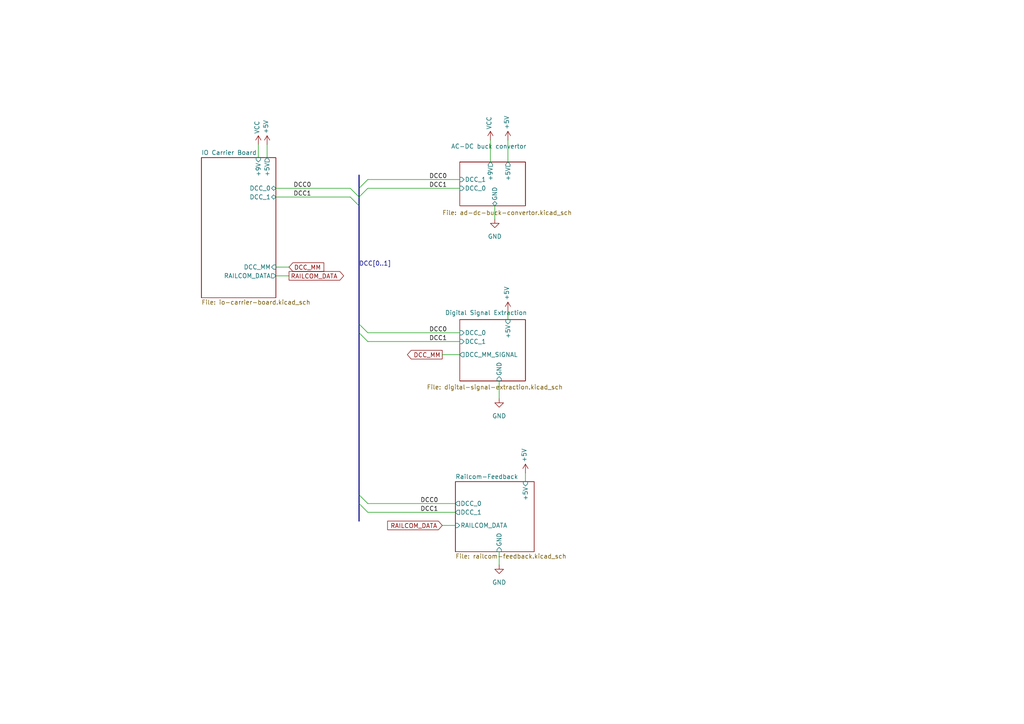
<source format=kicad_sch>
(kicad_sch (version 20231120) (generator "eeschema") (generator_version "7.99")
  (paper "A4")
  (title_block (date "mar. 31 mars 2015"))
  (lib_symbols
    (symbol "power:+5V" (power) (pin_names (offset 0))
      (property "Value" "+5V" (at 0 3.556 0))
      (symbol "+5V_0_1"
        (polyline (pts (xy -0.762 1.27) (xy 0 2.54)))
        (polyline (pts (xy 0 0) (xy 0 2.54)))
        (polyline (pts (xy 0 2.54) (xy 0.762 1.27)))
      )
      (symbol "+5V_1_1"
        (pin power_in line (at 0 0 90) (length 0) hide (name "+5V") (number "1"))
      )
    )
    (symbol "power:GND" (power) (pin_names (offset 0))
      (property "Value" "GND" (at 0 -3.81 0))
      (symbol "GND_0_1"
        (polyline (pts (xy 0 0) (xy 0 -1.27) (xy 1.27 -1.27) (xy 0 -2.54) (xy -1.27 -1.27) (xy 0 -1.27)))
      )
      (symbol "GND_1_1"
        (pin power_in line (at 0 0 270) (length 0) hide (name "GND") (number "1"))
      )
    )
    (symbol "power:VCC" (power) (pin_names (offset 0))
      (property "Value" "VCC" (at 0 3.81 0))
      (symbol "VCC_0_1"
        (polyline (pts (xy -0.762 1.27) (xy 0 2.54)))
        (polyline (pts (xy 0 0) (xy 0 2.54)))
        (polyline (pts (xy 0 2.54) (xy 0.762 1.27)))
      )
      (symbol "VCC_1_1"
        (pin power_in line (at 0 0 90) (length 0) hide (name "VCC") (number "1"))
      )
    )
  )
  (no_connect (at -77.47 130.81))
  (bus_entry (at 104.14 96.52) (size 2.54 2.54))
  (bus_entry (at 104.14 146.05) (size 2.54 2.54))
  (bus_entry (at 104.14 54.61) (size 2.54 -2.54))
  (bus_entry (at 104.14 143.51) (size 2.54 2.54))
  (bus_entry (at 104.14 57.15) (size 2.54 -2.54))
  (bus_entry (at 101.6 54.61) (size 2.54 2.54))
  (bus_entry (at 104.14 93.98) (size 2.54 2.54))
  (bus_entry (at 101.6 57.15) (size 2.54 2.54))
  (wire (pts (xy 147.32 40.64) (xy 147.32 46.99)))
  (wire (pts (xy 80.01 77.47) (xy 83.82 77.47)))
  (wire (pts (xy 144.78 160.02) (xy 144.78 163.83)))
  (wire (pts (xy 128.27 102.87) (xy 133.35 102.87)))
  (wire (pts (xy 128.27 152.4) (xy 132.08 152.4)))
  (wire (pts (xy 147.32 90.17) (xy 147.32 92.71)))
  (wire (pts (xy 106.68 148.59) (xy 132.08 148.59)))
  (bus (pts (xy 104.14 50.8) (xy 104.14 54.61)))
  (bus (pts (xy 104.14 146.05) (xy 104.14 151.13)))
  (bus (pts (xy 104.14 93.98) (xy 104.14 96.52)))
  (bus (pts (xy 104.14 57.15) (xy 104.14 59.69)))
  (wire (pts (xy 106.68 146.05) (xy 132.08 146.05)))
  (wire (pts (xy 144.78 110.49) (xy 144.78 115.57)))
  (wire (pts (xy 106.68 52.07) (xy 133.35 52.07)))
  (wire (pts (xy 77.47 41.91) (xy 77.47 45.72)))
  (bus (pts (xy 104.14 96.52) (xy 104.14 143.51)))
  (wire (pts (xy 74.93 41.91) (xy 74.93 45.72)))
  (wire (pts (xy 106.68 99.06) (xy 133.35 99.06)))
  (wire (pts (xy 80.01 80.01) (xy 83.82 80.01)))
  (wire (pts (xy 152.4 137.16) (xy 152.4 139.7)))
  (bus (pts (xy 104.14 143.51) (xy 104.14 146.05)))
  (wire (pts (xy 106.68 96.52) (xy 133.35 96.52)))
  (wire (pts (xy 142.24 40.64) (xy 142.24 46.99)))
  (wire (pts (xy 143.51 59.69) (xy 143.51 63.5)))
  (wire (pts (xy 80.01 54.61) (xy 101.6 54.61)))
  (bus (pts (xy 104.14 59.69) (xy 104.14 93.98)))
  (bus (pts (xy 104.14 54.61) (xy 104.14 57.15)))
  (wire (pts (xy 80.01 57.15) (xy 101.6 57.15)))
  (wire (pts (xy 106.68 54.61) (xy 133.35 54.61)))
  (label "DCC1" (at 124.46 99.06 0))
  (label "DCC0" (at 85.09 54.61 0))
  (label "DCC1" (at 124.46 54.61 0))
  (label "DCC1" (at 85.09 57.15 0))
  (label "DCC0" (at 121.92 146.05 0))
  (label "DCC[0..1]" (at 104.14 77.47 0))
  (label "DCC0" (at 124.46 96.52 0))
  (label "DCC0" (at 124.46 52.07 0))
  (label "DCC1" (at 121.92 148.59 0))
  (global_label "RAILCOM_DATA" (shape output) (at 83.82 80.01 0) (property "Intersheetrefs" "${INTERSHEET_REFS}" (effects (hide yes))))
  (global_label "DCC_MM" (shape input) (at 83.82 77.47 0) (property "Intersheetrefs" "${INTERSHEET_REFS}" (effects (hide yes))))
  (global_label "RAILCOM_DATA" (shape input) (at 128.27 152.4 180) (property "Intersheetrefs" "${INTERSHEET_REFS}" (effects (hide yes))))
  (global_label "DCC_MM" (shape output) (at 128.27 102.87 180) (property "Intersheetrefs" "${INTERSHEET_REFS}" (effects (hide yes))))
  (symbol (lib_id "power:VCC") (at 74.93 41.91 0) (mirror y) (unit 1)
    (property "Reference" "#PWR01" (effects (hide yes)))
    (property "Value" "VCC" (at 74.549 38.862 90) (effects (justify left)))
  )
  (symbol (lib_id "power:+5V") (at 147.32 40.64 0) (mirror y) (unit 1)
    (property "Reference" "#PWR0107" (effects (hide yes)))
    (property "Value" "+5V" (at 146.9644 37.592 90) (effects (justify left)))
  )
  (symbol (lib_id "power:VCC") (at 142.24 40.64 0) (mirror y) (unit 1)
    (property "Reference" "#PWR0101" (effects (hide yes)))
    (property "Value" "VCC" (at 141.859 37.592 90) (effects (justify left)))
  )
  (symbol (lib_id "power:GND") (at 144.78 115.57 0) (unit 1)
    (property "Reference" "#PWR0103" (effects (hide yes)))
    (property "Value" "GND" (at 144.78 120.65 0))
  )
  (symbol (lib_id "power:GND") (at 143.51 63.5 0) (unit 1)
    (property "Reference" "#PWR0102" (effects (hide yes)))
    (property "Value" "GND" (at 143.51 68.58 0))
  )
  (symbol (lib_id "power:+5V") (at 152.4 137.16 0) (mirror y) (unit 1)
    (property "Reference" "#PWR0106" (effects (hide yes)))
    (property "Value" "+5V" (at 152.0444 134.112 90) (effects (justify left)))
  )
  (symbol (lib_id "power:+5V") (at 77.47 41.91 0) (mirror y) (unit 1)
    (property "Reference" "#PWR02" (effects (hide yes)))
    (property "Value" "+5V" (at 77.1144 38.862 90) (effects (justify left)))
  )
  (symbol (lib_id "power:+5V") (at 147.32 90.17 0) (mirror y) (unit 1)
    (property "Reference" "#PWR0105" (effects (hide yes)))
    (property "Value" "+5V" (at 146.9644 87.122 90) (effects (justify left)))
  )
  (symbol (lib_id "power:GND") (at 144.78 163.83 0) (unit 1)
    (property "Reference" "#PWR0104" (effects (hide yes)))
    (property "Value" "GND" (at 144.78 168.91 0))
  )
  (sheet (at 133.35 46.99) (size 19.05 12.7) (stroke (width 0.1524))
    (property "Sheetname" "AC-DC buck convertor" (at 130.81 43.18 0) (effects (justify left bottom)))
    (property "Sheetfile" "ad-dc-buck-convertor.kicad_sch" (at 128.27 60.96 0) (effects (justify left top)))
    (pin "DCC_1" input (at 133.35 52.07 180))
    (pin "DCC_0" input (at 133.35 54.61 180))
    (pin "+9V" output (at 142.24 46.99 90))
    (pin "GND" bidirectional (at 143.51 59.69 270))
    (pin "+5V" output (at 147.32 46.99 90))
  )
  (sheet (at 58.42 45.72) (size 21.59 40.64) (stroke (width 0.1524))
    (property "Sheetname" "IO Carrier Board" (at 58.42 45.0084 0) (effects (justify left bottom)))
    (property "Sheetfile" "io-carrier-board.kicad_sch" (at 58.42 86.9446 0) (effects (justify left top)))
    (pin "DCC_0" bidirectional (at 80.01 54.61 0))
    (pin "DCC_1" bidirectional (at 80.01 57.15 0))
    (pin "RAILCOM_DATA" output (at 80.01 80.01 0))
    (pin "DCC_MM" input (at 80.01 77.47 0))
    (pin "+5V" output (at 77.47 45.72 90))
    (pin "+9V" input (at 74.93 45.72 90))
  )
  (sheet (at 132.08 139.7) (size 22.86 20.32) (stroke (width 0.1524))
    (property "Sheetname" "Railcom-Feedback" (at 132.08 138.9884 0) (effects (justify left bottom)))
    (property "Sheetfile" "railcom-feedback.kicad_sch" (at 132.08 160.6046 0) (effects (justify left top)))
    (pin "DCC_0" output (at 132.08 146.05 180))
    (pin "DCC_1" output (at 132.08 148.59 180))
    (pin "RAILCOM_DATA" input (at 132.08 152.4 180))
    (pin "+5V" input (at 152.4 139.7 90))
    (pin "GND" input (at 144.78 160.02 270))
  )
  (sheet (at 133.35 92.71) (size 19.05 17.78) (stroke (width 0.1524))
    (property "Sheetname" "Digital Signal Extraction" (at 140.97 91.44 0) (effects (justify bottom)))
    (property "Sheetfile" "digital-signal-extraction.kicad_sch" (at 143.51 113.03 0) (effects (justify bottom)))
    (pin "DCC­_0" input (at 133.35 96.52 180))
    (pin "DCC_1" input (at 133.35 99.06 180))
    (pin "GND" input (at 144.78 110.49 270))
    (pin "DCC_MM_SIGNAL" output (at 133.35 102.87 180))
    (pin "+5V" input (at 147.32 92.71 90))
  )
)
</source>
